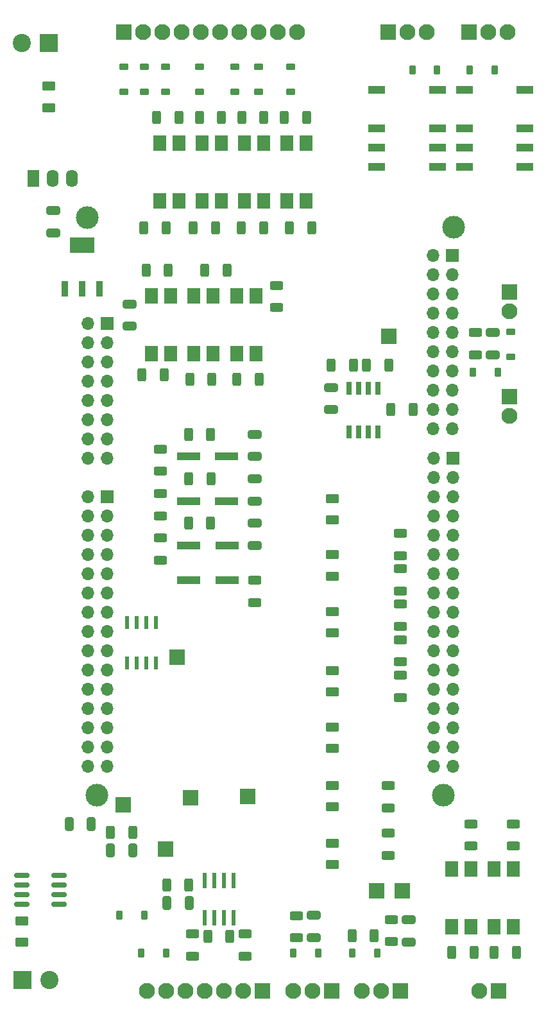
<source format=gbr>
%TF.GenerationSoftware,KiCad,Pcbnew,7.0.1*%
%TF.CreationDate,2023-05-11T12:11:36+02:00*%
%TF.ProjectId,STM32_F439ZI_Shield,53544d33-325f-4463-9433-395a495f5368,rev?*%
%TF.SameCoordinates,Original*%
%TF.FileFunction,Soldermask,Top*%
%TF.FilePolarity,Negative*%
%FSLAX46Y46*%
G04 Gerber Fmt 4.6, Leading zero omitted, Abs format (unit mm)*
G04 Created by KiCad (PCBNEW 7.0.1) date 2023-05-11 12:11:36*
%MOMM*%
%LPD*%
G01*
G04 APERTURE LIST*
G04 Aperture macros list*
%AMRoundRect*
0 Rectangle with rounded corners*
0 $1 Rounding radius*
0 $2 $3 $4 $5 $6 $7 $8 $9 X,Y pos of 4 corners*
0 Add a 4 corners polygon primitive as box body*
4,1,4,$2,$3,$4,$5,$6,$7,$8,$9,$2,$3,0*
0 Add four circle primitives for the rounded corners*
1,1,$1+$1,$2,$3*
1,1,$1+$1,$4,$5*
1,1,$1+$1,$6,$7*
1,1,$1+$1,$8,$9*
0 Add four rect primitives between the rounded corners*
20,1,$1+$1,$2,$3,$4,$5,0*
20,1,$1+$1,$4,$5,$6,$7,0*
20,1,$1+$1,$6,$7,$8,$9,0*
20,1,$1+$1,$8,$9,$2,$3,0*%
G04 Aperture macros list end*
%ADD10RoundRect,0.250000X-0.625000X0.375000X-0.625000X-0.375000X0.625000X-0.375000X0.625000X0.375000X0*%
%ADD11RoundRect,0.250000X0.625000X-0.375000X0.625000X0.375000X-0.625000X0.375000X-0.625000X-0.375000X0*%
%ADD12R,1.780000X2.000000*%
%ADD13RoundRect,0.250000X0.625000X-0.312500X0.625000X0.312500X-0.625000X0.312500X-0.625000X-0.312500X0*%
%ADD14RoundRect,0.250000X-0.625000X0.312500X-0.625000X-0.312500X0.625000X-0.312500X0.625000X0.312500X0*%
%ADD15RoundRect,0.225000X-0.375000X0.225000X-0.375000X-0.225000X0.375000X-0.225000X0.375000X0.225000X0*%
%ADD16R,2.000000X2.000000*%
%ADD17R,2.100000X2.100000*%
%ADD18C,2.100000*%
%ADD19R,0.950000X2.150000*%
%ADD20R,3.250000X2.150000*%
%ADD21RoundRect,0.250000X-0.650000X0.325000X-0.650000X-0.325000X0.650000X-0.325000X0.650000X0.325000X0*%
%ADD22RoundRect,0.250000X-0.312500X-0.625000X0.312500X-0.625000X0.312500X0.625000X-0.312500X0.625000X0*%
%ADD23R,3.150000X1.000000*%
%ADD24RoundRect,0.225000X0.225000X0.375000X-0.225000X0.375000X-0.225000X-0.375000X0.225000X-0.375000X0*%
%ADD25RoundRect,0.225000X-0.225000X-0.375000X0.225000X-0.375000X0.225000X0.375000X-0.225000X0.375000X0*%
%ADD26RoundRect,0.250000X0.312500X0.625000X-0.312500X0.625000X-0.312500X-0.625000X0.312500X-0.625000X0*%
%ADD27RoundRect,0.150000X-0.825000X-0.150000X0.825000X-0.150000X0.825000X0.150000X-0.825000X0.150000X0*%
%ADD28R,2.200000X1.000000*%
%ADD29C,3.000000*%
%ADD30R,2.400000X2.400000*%
%ADD31C,2.400000*%
%ADD32R,1.600000X2.300000*%
%ADD33O,1.600000X2.300000*%
%ADD34RoundRect,0.250000X0.650000X-0.325000X0.650000X0.325000X-0.650000X0.325000X-0.650000X-0.325000X0*%
%ADD35RoundRect,0.250000X-0.325000X-0.650000X0.325000X-0.650000X0.325000X0.650000X-0.325000X0.650000X0*%
%ADD36RoundRect,0.041300X0.253700X-0.778700X0.253700X0.778700X-0.253700X0.778700X-0.253700X-0.778700X0*%
%ADD37RoundRect,0.041300X-0.253700X0.943700X-0.253700X-0.943700X0.253700X-0.943700X0.253700X0.943700X0*%
%ADD38RoundRect,0.250000X0.325000X0.650000X-0.325000X0.650000X-0.325000X-0.650000X0.325000X-0.650000X0*%
%ADD39R,0.635000X1.778000*%
%ADD40R,1.700000X1.700000*%
%ADD41O,1.700000X1.700000*%
G04 APERTURE END LIST*
D10*
%TO.C,F1*%
X109690000Y-34680000D03*
X109690000Y-37480000D03*
%TD*%
D11*
%TO.C,F2*%
X106130000Y-147610000D03*
X106130000Y-144810000D03*
%TD*%
D12*
%TO.C,U5*%
X129950000Y-49820000D03*
X132490000Y-49820000D03*
X132490000Y-42200000D03*
X129950000Y-42200000D03*
%TD*%
D13*
%TO.C,R8*%
X128660000Y-149422500D03*
X128660000Y-146497500D03*
%TD*%
D14*
%TO.C,R42*%
X154880000Y-144607500D03*
X154880000Y-147532500D03*
%TD*%
D13*
%TO.C,R40*%
X156100000Y-96582500D03*
X156100000Y-93657500D03*
%TD*%
D15*
%TO.C,D5*%
X122300000Y-32070000D03*
X122300000Y-35370000D03*
%TD*%
D12*
%TO.C,U9*%
X137070000Y-62360000D03*
X134530000Y-62360000D03*
X134530000Y-69980000D03*
X137070000Y-69980000D03*
%TD*%
D11*
%TO.C,D14*%
X147100000Y-137310000D03*
X147100000Y-134510000D03*
%TD*%
D16*
%TO.C,TP10*%
X128405000Y-128495000D03*
%TD*%
D17*
%TO.C,Endschalter_Hinten1*%
X154520000Y-27550000D03*
D18*
X157060000Y-27550000D03*
X159600000Y-27550000D03*
%TD*%
D17*
%TO.C,J3*%
X169060000Y-153980000D03*
D18*
X166520000Y-153980000D03*
%TD*%
D19*
%TO.C,VR1*%
X111830000Y-61400000D03*
X114130000Y-61400000D03*
X116430000Y-61400000D03*
D20*
X114130000Y-55600000D03*
%TD*%
D21*
%TO.C,C9*%
X136925000Y-92315000D03*
X136925000Y-95265000D03*
%TD*%
D22*
%TO.C,R21*%
X130320000Y-58930000D03*
X133245000Y-58930000D03*
%TD*%
D12*
%TO.C,U10*%
X171020000Y-137950000D03*
X168480000Y-137950000D03*
X168480000Y-145570000D03*
X171020000Y-145570000D03*
%TD*%
D13*
%TO.C,R27*%
X154520000Y-129855000D03*
X154520000Y-126930000D03*
%TD*%
D22*
%TO.C,R32*%
X128167500Y-86470000D03*
X131092500Y-86470000D03*
%TD*%
D23*
%TO.C,J6*%
X128155000Y-95260000D03*
X133205000Y-95260000D03*
%TD*%
D24*
%TO.C,D21*%
X125240000Y-149010000D03*
X121940000Y-149010000D03*
%TD*%
D14*
%TO.C,R37*%
X156100000Y-107677500D03*
X156100000Y-110602500D03*
%TD*%
D17*
%TO.C,Kraftmessung1*%
X156110000Y-153980000D03*
D18*
X153570000Y-153980000D03*
X151030000Y-153980000D03*
%TD*%
D15*
%TO.C,D6*%
X119580000Y-32080000D03*
X119580000Y-35380000D03*
%TD*%
D25*
%TO.C,D22*%
X165670000Y-72390000D03*
X168970000Y-72390000D03*
%TD*%
D16*
%TO.C,TP2*%
X126660000Y-109970000D03*
%TD*%
D26*
%TO.C,R13*%
X125172500Y-53340000D03*
X122247500Y-53340000D03*
%TD*%
D27*
%TO.C,U15*%
X106115000Y-138775000D03*
X106115000Y-140045000D03*
X106115000Y-141315000D03*
X106115000Y-142585000D03*
X111065000Y-142585000D03*
X111065000Y-141315000D03*
X111065000Y-140045000D03*
X111065000Y-138775000D03*
%TD*%
D11*
%TO.C,D12*%
X147100000Y-106780000D03*
X147100000Y-103980000D03*
%TD*%
D16*
%TO.C,TP6*%
X153010000Y-140820000D03*
%TD*%
D26*
%TO.C,R12*%
X143702500Y-38780000D03*
X140777500Y-38780000D03*
%TD*%
D22*
%TO.C,R20*%
X122025000Y-72700000D03*
X124950000Y-72700000D03*
%TD*%
D13*
%TO.C,R2*%
X136885000Y-102765000D03*
X136885000Y-99840000D03*
%TD*%
D26*
%TO.C,R11*%
X144392500Y-53340000D03*
X141467500Y-53340000D03*
%TD*%
D17*
%TO.C,Anenometer1*%
X137940000Y-153990000D03*
D18*
X135400000Y-153990000D03*
X132860000Y-153990000D03*
X130320000Y-153990000D03*
X127780000Y-153990000D03*
X125240000Y-153990000D03*
X122700000Y-153990000D03*
%TD*%
D16*
%TO.C,TP5*%
X156340000Y-140810000D03*
%TD*%
D22*
%TO.C,R10*%
X154837500Y-77340000D03*
X157762500Y-77340000D03*
%TD*%
D26*
%TO.C,R18*%
X132490000Y-38790000D03*
X129565000Y-38790000D03*
%TD*%
D15*
%TO.C,D3*%
X129570000Y-32082500D03*
X129570000Y-35382500D03*
%TD*%
D23*
%TO.C,J1*%
X128160000Y-99840000D03*
X133210000Y-99840000D03*
%TD*%
D17*
%TO.C,J5*%
X170477500Y-75590000D03*
D18*
X170477500Y-78130000D03*
%TD*%
D26*
%TO.C,R16*%
X126890000Y-38790000D03*
X123965000Y-38790000D03*
%TD*%
D12*
%TO.C,U6*%
X124350000Y-49820000D03*
X126890000Y-49820000D03*
X126890000Y-42200000D03*
X124350000Y-42200000D03*
%TD*%
D15*
%TO.C,D17*%
X170630000Y-70370000D03*
X170630000Y-67070000D03*
%TD*%
D17*
%TO.C,J4*%
X170470000Y-61780000D03*
D18*
X170470000Y-64320000D03*
%TD*%
D15*
%TO.C,D8*%
X137430000Y-32080000D03*
X137430000Y-35380000D03*
%TD*%
D28*
%TO.C,K2*%
X164550000Y-35140000D03*
X164550000Y-40220000D03*
X164550000Y-42760000D03*
X164550000Y-45300000D03*
X172550000Y-45300000D03*
X172550000Y-42760000D03*
X172550000Y-40220000D03*
X172550000Y-35140000D03*
%TD*%
D25*
%TO.C,D18*%
X141950000Y-149030000D03*
X145250000Y-149030000D03*
%TD*%
D29*
%TO.C,*%
X114820000Y-51990000D03*
%TD*%
D23*
%TO.C,J7*%
X128150000Y-89410000D03*
X133200000Y-89410000D03*
%TD*%
D21*
%TO.C,C7*%
X136900000Y-80585000D03*
X136900000Y-83535000D03*
%TD*%
D14*
%TO.C,R33*%
X171020000Y-131967500D03*
X171020000Y-134892500D03*
%TD*%
D12*
%TO.C,U4*%
X135550000Y-49820000D03*
X138090000Y-49820000D03*
X138090000Y-42200000D03*
X135550000Y-42200000D03*
%TD*%
D15*
%TO.C,D4*%
X125140000Y-32080000D03*
X125140000Y-35380000D03*
%TD*%
D30*
%TO.C,Spannungsversorgung_1*%
X109690000Y-28960000D03*
D31*
X106190000Y-28960000D03*
%TD*%
D22*
%TO.C,R22*%
X128307500Y-73370000D03*
X131232500Y-73370000D03*
%TD*%
D32*
%TO.C,U13*%
X107673000Y-46830000D03*
D33*
X110213000Y-46830000D03*
X112753000Y-46830000D03*
%TD*%
D14*
%TO.C,R39*%
X156100000Y-98315000D03*
X156100000Y-101240000D03*
%TD*%
D16*
%TO.C,TP1*%
X154550000Y-67620000D03*
%TD*%
D21*
%TO.C,C12*%
X110330000Y-51070000D03*
X110330000Y-54020000D03*
%TD*%
D26*
%TO.C,R4*%
X120802500Y-133120000D03*
X117877500Y-133120000D03*
%TD*%
D15*
%TO.C,D7*%
X141620000Y-32082500D03*
X141620000Y-35382500D03*
%TD*%
D21*
%TO.C,C11*%
X120350000Y-63395000D03*
X120350000Y-66345000D03*
%TD*%
D29*
%TO.C,*%
X163100000Y-53300000D03*
%TD*%
D17*
%TO.C,Endschalter_Vorne1*%
X165200000Y-27540000D03*
D18*
X167740000Y-27540000D03*
X170280000Y-27540000D03*
%TD*%
D34*
%TO.C,C1*%
X146980000Y-77345000D03*
X146980000Y-74395000D03*
%TD*%
D21*
%TO.C,C8*%
X136910000Y-86480000D03*
X136910000Y-89430000D03*
%TD*%
D11*
%TO.C,D11*%
X147100000Y-99290000D03*
X147100000Y-96490000D03*
%TD*%
D12*
%TO.C,U7*%
X125790000Y-62340000D03*
X123250000Y-62340000D03*
X123250000Y-69960000D03*
X125790000Y-69960000D03*
%TD*%
D22*
%TO.C,R5*%
X125270000Y-140070000D03*
X128195000Y-140070000D03*
%TD*%
D35*
%TO.C,C6*%
X112375000Y-131970000D03*
X115325000Y-131970000D03*
%TD*%
D15*
%TO.C,D9*%
X134230000Y-32072500D03*
X134230000Y-35372500D03*
%TD*%
D26*
%TO.C,R36*%
X165805000Y-148935000D03*
X162880000Y-148935000D03*
%TD*%
D13*
%TO.C,R1*%
X142360000Y-147022500D03*
X142360000Y-144097500D03*
%TD*%
D11*
%TO.C,D15*%
X147100000Y-129730000D03*
X147100000Y-126930000D03*
%TD*%
D17*
%TO.C,Motor_Logik1*%
X119650000Y-27540000D03*
D18*
X122190000Y-27540000D03*
X124730000Y-27540000D03*
X127270000Y-27540000D03*
X129810000Y-27540000D03*
X132350000Y-27540000D03*
X134890000Y-27540000D03*
X137430000Y-27540000D03*
X139970000Y-27540000D03*
X142510000Y-27540000D03*
%TD*%
D13*
%TO.C,R29*%
X124460000Y-85472500D03*
X124460000Y-82547500D03*
%TD*%
D22*
%TO.C,R25*%
X128155000Y-92340000D03*
X131080000Y-92340000D03*
%TD*%
%TO.C,R24*%
X134517500Y-73360000D03*
X137442500Y-73360000D03*
%TD*%
D14*
%TO.C,R7*%
X135590000Y-146497500D03*
X135590000Y-149422500D03*
%TD*%
D29*
%TO.C,*%
X116090000Y-128190000D03*
%TD*%
D16*
%TO.C,TP7*%
X119550000Y-129510000D03*
%TD*%
D36*
%TO.C,U12*%
X120025000Y-110725000D03*
X121295000Y-110725000D03*
X122565000Y-110725000D03*
X123835000Y-110725000D03*
X123835000Y-105455000D03*
X122565000Y-105455000D03*
X121295000Y-105455000D03*
X120025000Y-105455000D03*
%TD*%
D16*
%TO.C,TP9*%
X135930000Y-128340000D03*
%TD*%
D26*
%TO.C,R6*%
X133592500Y-146790000D03*
X130667500Y-146790000D03*
%TD*%
D11*
%TO.C,D16*%
X147110000Y-122050000D03*
X147110000Y-119250000D03*
%TD*%
D14*
%TO.C,R35*%
X165420000Y-131967500D03*
X165420000Y-134892500D03*
%TD*%
D13*
%TO.C,R26*%
X154460000Y-136130000D03*
X154460000Y-133205000D03*
%TD*%
D26*
%TO.C,R44*%
X154552500Y-71430000D03*
X151627500Y-71430000D03*
%TD*%
D22*
%TO.C,R19*%
X122537500Y-58910000D03*
X125462500Y-58910000D03*
%TD*%
D12*
%TO.C,U11*%
X165420000Y-145570000D03*
X162880000Y-145570000D03*
X162880000Y-137950000D03*
X165420000Y-137950000D03*
%TD*%
D26*
%TO.C,R41*%
X152652500Y-146700000D03*
X149727500Y-146700000D03*
%TD*%
%TO.C,R15*%
X131712500Y-53340000D03*
X128787500Y-53340000D03*
%TD*%
D30*
%TO.C,Motor_Spannungsversorgung1*%
X106260000Y-152540000D03*
D31*
X109760000Y-152540000D03*
%TD*%
D22*
%TO.C,R34*%
X168477500Y-148935000D03*
X171402500Y-148935000D03*
%TD*%
D14*
%TO.C,R23*%
X139780000Y-60937500D03*
X139780000Y-63862500D03*
%TD*%
D13*
%TO.C,R3*%
X124480000Y-97202500D03*
X124480000Y-94277500D03*
%TD*%
D11*
%TO.C,D13*%
X147120000Y-114550000D03*
X147120000Y-111750000D03*
%TD*%
D23*
%TO.C,J8*%
X128140000Y-83530000D03*
X133190000Y-83530000D03*
%TD*%
D17*
%TO.C,Abstandssensor1*%
X147030000Y-153990000D03*
D18*
X144490000Y-153990000D03*
X141950000Y-153990000D03*
%TD*%
D21*
%TO.C,C2*%
X157220000Y-144615000D03*
X157220000Y-147565000D03*
%TD*%
D25*
%TO.C,D19*%
X149722500Y-149020000D03*
X153022500Y-149020000D03*
%TD*%
D24*
%TO.C,D1*%
X168527500Y-32550000D03*
X165227500Y-32550000D03*
%TD*%
D22*
%TO.C,R30*%
X128150000Y-80590000D03*
X131075000Y-80590000D03*
%TD*%
D11*
%TO.C,D10*%
X147110000Y-91840000D03*
X147110000Y-89040000D03*
%TD*%
D12*
%TO.C,U3*%
X141160000Y-42190000D03*
X143700000Y-42190000D03*
X143700000Y-49810000D03*
X141160000Y-49810000D03*
%TD*%
D25*
%TO.C,D20*%
X119030000Y-144010000D03*
X122330000Y-144010000D03*
%TD*%
D29*
%TO.C,*%
X161800000Y-128200000D03*
%TD*%
D14*
%TO.C,R28*%
X156100000Y-112367500D03*
X156100000Y-115292500D03*
%TD*%
D25*
%TO.C,D2*%
X157672500Y-32550000D03*
X160972500Y-32550000D03*
%TD*%
D26*
%TO.C,R14*%
X138092500Y-38790000D03*
X135167500Y-38790000D03*
%TD*%
D35*
%TO.C,C5*%
X125270000Y-142410000D03*
X128220000Y-142410000D03*
%TD*%
D13*
%TO.C,R38*%
X156100000Y-105910000D03*
X156100000Y-102985000D03*
%TD*%
D28*
%TO.C,K1*%
X153000000Y-35150000D03*
X153000000Y-40230000D03*
X153000000Y-42770000D03*
X153000000Y-45310000D03*
X161000000Y-45310000D03*
X161000000Y-42770000D03*
X161000000Y-40230000D03*
X161000000Y-35150000D03*
%TD*%
D26*
%TO.C,R17*%
X138062500Y-53340000D03*
X135137500Y-53340000D03*
%TD*%
D37*
%TO.C,U2*%
X134115000Y-139425000D03*
X132845000Y-139425000D03*
X131575000Y-139425000D03*
X130305000Y-139425000D03*
X130305000Y-144375000D03*
X131575000Y-144375000D03*
X132845000Y-144375000D03*
X134115000Y-144375000D03*
%TD*%
D38*
%TO.C,C4*%
X120795000Y-135450000D03*
X117845000Y-135450000D03*
%TD*%
D13*
%TO.C,R31*%
X124470000Y-91352500D03*
X124470000Y-88427500D03*
%TD*%
D26*
%TO.C,R9*%
X149922500Y-71430000D03*
X146997500Y-71430000D03*
%TD*%
D12*
%TO.C,U8*%
X131420000Y-62340000D03*
X128880000Y-62340000D03*
X128880000Y-69960000D03*
X131420000Y-69960000D03*
%TD*%
D21*
%TO.C,C10*%
X168280000Y-67155000D03*
X168280000Y-70105000D03*
%TD*%
D39*
%TO.C,U1*%
X153115000Y-80237500D03*
X151845000Y-80237500D03*
X150575000Y-80237500D03*
X149305000Y-80237500D03*
X149305000Y-74522500D03*
X150575000Y-74522500D03*
X151845000Y-74522500D03*
X153115000Y-74522500D03*
%TD*%
D14*
%TO.C,R43*%
X165970000Y-67177500D03*
X165970000Y-70102500D03*
%TD*%
D16*
%TO.C,TP8*%
X125110000Y-135310000D03*
%TD*%
D34*
%TO.C,C3*%
X144690000Y-147017500D03*
X144690000Y-144067500D03*
%TD*%
D40*
%TO.C,CN7*%
X163000000Y-57020000D03*
D41*
X160460000Y-57020000D03*
X163000000Y-59560000D03*
X160460000Y-59560000D03*
X163000000Y-62100000D03*
X160460000Y-62100000D03*
X163000000Y-64640000D03*
X160460000Y-64640000D03*
X163000000Y-67180000D03*
X160460000Y-67180000D03*
X163000000Y-69720000D03*
X160460000Y-69720000D03*
X163000000Y-72260000D03*
X160460000Y-72260000D03*
X163000000Y-74800000D03*
X160460000Y-74800000D03*
X163000000Y-77340000D03*
X160460000Y-77340000D03*
X163000000Y-79880000D03*
X160460000Y-79880000D03*
%TD*%
D40*
%TO.C,CN10*%
X163010000Y-83750000D03*
D41*
X160470000Y-83750000D03*
X163010000Y-86290000D03*
X160470000Y-86290000D03*
X163010000Y-88830000D03*
X160470000Y-88830000D03*
X163010000Y-91370000D03*
X160470000Y-91370000D03*
X163010000Y-93910000D03*
X160470000Y-93910000D03*
X163010000Y-96450000D03*
X160470000Y-96450000D03*
X163010000Y-98990000D03*
X160470000Y-98990000D03*
X163010000Y-101530000D03*
X160470000Y-101530000D03*
X163010000Y-104070000D03*
X160470000Y-104070000D03*
X163010000Y-106610000D03*
X160470000Y-106610000D03*
X163010000Y-109150000D03*
X160470000Y-109150000D03*
X163010000Y-111690000D03*
X160470000Y-111690000D03*
X163010000Y-114230000D03*
X160470000Y-114230000D03*
X163010000Y-116770000D03*
X160470000Y-116770000D03*
X163010000Y-119310000D03*
X160470000Y-119310000D03*
X163010000Y-121850000D03*
X160470000Y-121850000D03*
X163010000Y-124390000D03*
X160470000Y-124390000D03*
%TD*%
D40*
%TO.C,CN8*%
X117380000Y-65960000D03*
D41*
X114840000Y-65960000D03*
X117380000Y-68500000D03*
X114840000Y-68500000D03*
X117380000Y-71040000D03*
X114840000Y-71040000D03*
X117380000Y-73580000D03*
X114840000Y-73580000D03*
X117380000Y-76120000D03*
X114840000Y-76120000D03*
X117380000Y-78660000D03*
X114840000Y-78660000D03*
X117380000Y-81200000D03*
X114840000Y-81200000D03*
X117380000Y-83740000D03*
X114840000Y-83740000D03*
%TD*%
D40*
%TO.C,CN9*%
X117380000Y-88830000D03*
D41*
X114840000Y-88830000D03*
X117380000Y-91370000D03*
X114840000Y-91370000D03*
X117380000Y-93910000D03*
X114840000Y-93910000D03*
X117380000Y-96450000D03*
X114840000Y-96450000D03*
X117380000Y-98990000D03*
X114840000Y-98990000D03*
X117380000Y-101530000D03*
X114840000Y-101530000D03*
X117380000Y-104070000D03*
X114840000Y-104070000D03*
X117380000Y-106610000D03*
X114840000Y-106610000D03*
X117380000Y-109150000D03*
X114840000Y-109150000D03*
X117380000Y-111690000D03*
X114840000Y-111690000D03*
X117380000Y-114230000D03*
X114840000Y-114230000D03*
X117380000Y-116770000D03*
X114840000Y-116770000D03*
X117380000Y-119310000D03*
X114840000Y-119310000D03*
X117380000Y-121850000D03*
X114840000Y-121850000D03*
X117380000Y-124390000D03*
X114840000Y-124390000D03*
%TD*%
M02*

</source>
